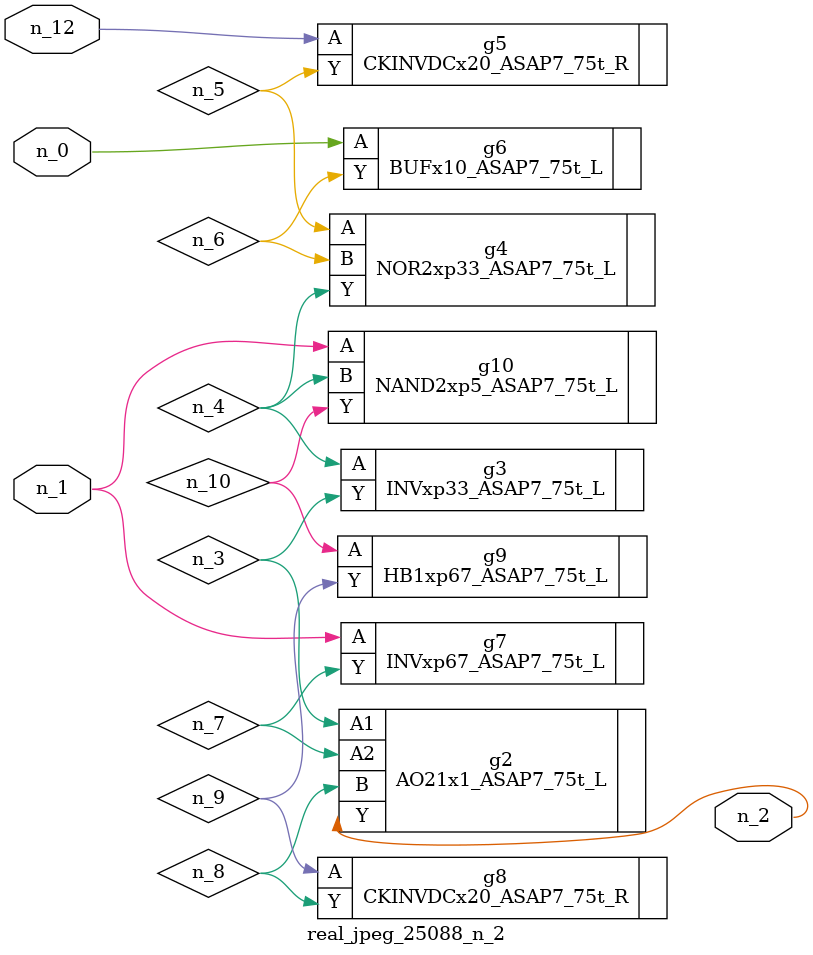
<source format=v>
module real_jpeg_25088_n_2 (n_12, n_1, n_0, n_2);

input n_12;
input n_1;
input n_0;

output n_2;

wire n_5;
wire n_4;
wire n_8;
wire n_6;
wire n_7;
wire n_3;
wire n_10;
wire n_9;

BUFx10_ASAP7_75t_L g6 ( 
.A(n_0),
.Y(n_6)
);

INVxp67_ASAP7_75t_L g7 ( 
.A(n_1),
.Y(n_7)
);

NAND2xp5_ASAP7_75t_L g10 ( 
.A(n_1),
.B(n_4),
.Y(n_10)
);

AO21x1_ASAP7_75t_L g2 ( 
.A1(n_3),
.A2(n_7),
.B(n_8),
.Y(n_2)
);

INVxp33_ASAP7_75t_L g3 ( 
.A(n_4),
.Y(n_3)
);

NOR2xp33_ASAP7_75t_L g4 ( 
.A(n_5),
.B(n_6),
.Y(n_4)
);

CKINVDCx20_ASAP7_75t_R g8 ( 
.A(n_9),
.Y(n_8)
);

HB1xp67_ASAP7_75t_L g9 ( 
.A(n_10),
.Y(n_9)
);

CKINVDCx20_ASAP7_75t_R g5 ( 
.A(n_12),
.Y(n_5)
);


endmodule
</source>
